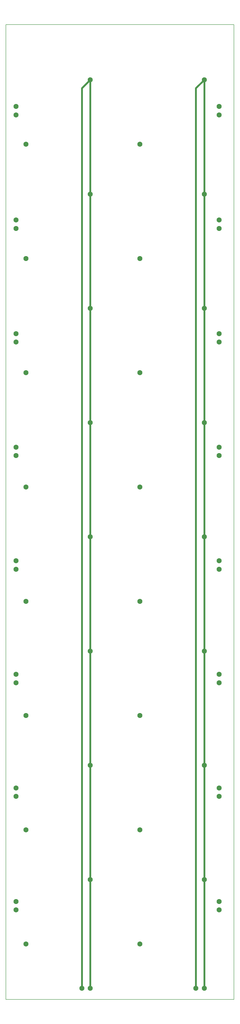
<source format=gbr>
%TF.GenerationSoftware,KiCad,Pcbnew,(6.0.9)*%
%TF.CreationDate,2022-11-21T19:13:30-05:00*%
%TF.ProjectId,Sensor_Board_2x8,53656e73-6f72-45f4-926f-6172645f3278,rev?*%
%TF.SameCoordinates,PX1728520PY19b87b58*%
%TF.FileFunction,Copper,L1,Top*%
%TF.FilePolarity,Positive*%
%FSLAX46Y46*%
G04 Gerber Fmt 4.6, Leading zero omitted, Abs format (unit mm)*
G04 Created by KiCad (PCBNEW (6.0.9)) date 2022-11-21 19:13:30*
%MOMM*%
%LPD*%
G01*
G04 APERTURE LIST*
%TA.AperFunction,Profile*%
%ADD10C,0.200000*%
%TD*%
%TA.AperFunction,ComponentPad*%
%ADD11C,2.100000*%
%TD*%
%TA.AperFunction,Conductor*%
%ADD12C,0.762000*%
%TD*%
G04 APERTURE END LIST*
D10*
X0Y0D02*
X95260000Y0D01*
X95260000Y0D02*
X95260000Y406400000D01*
X95260000Y406400000D02*
X0Y406400000D01*
X0Y406400000D02*
X0Y0D01*
D11*
%TO.P,J10,2,2*%
%TO.N,Net-(J10-Pad1)*%
X82836800Y4661000D03*
%TO.P,J10,1,1*%
X79336800Y4661000D03*
%TD*%
%TO.P,J15,1,1*%
%TO.N,Net-(J15-Pad1)*%
X89042000Y182840088D03*
%TO.P,J15,2,2*%
%TO.N,Net-(J15-Pad2)*%
X89042000Y179340088D03*
%TD*%
%TO.P,J17,1,1*%
%TO.N,Net-(J17-Pad1)*%
X89042000Y88141632D03*
%TO.P,J17,2,2*%
%TO.N,Net-(J17-Pad2)*%
X89042000Y84641632D03*
%TD*%
%TO.P,J12,1,1*%
%TO.N,Net-(J12-Pad1)*%
X89042000Y324887772D03*
%TO.P,J12,2,2*%
%TO.N,Net-(J12-Pad2)*%
X89042000Y321387772D03*
%TD*%
%TO.P,J18,1,1*%
%TO.N,Net-(J18-Pad1)*%
X89042000Y40792400D03*
%TO.P,J18,2,2*%
%TO.N,Net-(J18-Pad2)*%
X89042000Y37292400D03*
%TD*%
%TO.P,J13,1,1*%
%TO.N,Net-(J13-Pad1)*%
X89042000Y277538544D03*
%TO.P,J13,2,2*%
%TO.N,Net-(J13-Pad2)*%
X89042000Y274038544D03*
%TD*%
%TO.P,J14,1,1*%
%TO.N,Net-(J14-Pad1)*%
X89042000Y230189316D03*
%TO.P,J14,2,2*%
%TO.N,Net-(J14-Pad2)*%
X89042000Y226689316D03*
%TD*%
%TO.P,J16,1,1*%
%TO.N,Net-(J16-Pad1)*%
X89042000Y135490860D03*
%TO.P,J16,2,2*%
%TO.N,Net-(J16-Pad2)*%
X89042000Y131990860D03*
%TD*%
%TO.P,J11,1,1*%
%TO.N,Net-(J1-Pad1)*%
X89042000Y372237000D03*
%TO.P,J11,2,2*%
%TO.N,Net-(J1-Pad2)*%
X89042000Y368737000D03*
%TD*%
%TO.P,S16,1*%
%TO.N,Net-(J10-Pad1)*%
X82827600Y49942000D03*
%TO.P,S16,2*%
%TO.N,Net-(J18-Pad2)*%
X55957600Y23072000D03*
%TD*%
%TO.P,S15,2*%
%TO.N,Net-(J17-Pad2)*%
X55957600Y70702000D03*
%TO.P,S15,1*%
%TO.N,Net-(J10-Pad1)*%
X82827600Y97572000D03*
%TD*%
%TO.P,S14,1*%
%TO.N,Net-(J10-Pad1)*%
X82827600Y145202000D03*
%TO.P,S14,2*%
%TO.N,Net-(J16-Pad2)*%
X55957600Y118332000D03*
%TD*%
%TO.P,S13,1*%
%TO.N,Net-(J10-Pad1)*%
X82827600Y192832000D03*
%TO.P,S13,2*%
%TO.N,Net-(J15-Pad2)*%
X55957600Y165962000D03*
%TD*%
%TO.P,S12,1*%
%TO.N,Net-(J10-Pad1)*%
X82827600Y240462000D03*
%TO.P,S12,2*%
%TO.N,Net-(J14-Pad2)*%
X55957600Y213592000D03*
%TD*%
%TO.P,S11,1*%
%TO.N,Net-(J10-Pad1)*%
X82827600Y288092000D03*
%TO.P,S11,2*%
%TO.N,Net-(J13-Pad2)*%
X55957600Y261222000D03*
%TD*%
%TO.P,S10,1*%
%TO.N,Net-(J10-Pad1)*%
X82827600Y335722000D03*
%TO.P,S10,2*%
%TO.N,Net-(J12-Pad2)*%
X55957600Y308852000D03*
%TD*%
%TO.P,S9,1*%
%TO.N,Net-(J10-Pad1)*%
X82827600Y383352000D03*
%TO.P,S9,2*%
%TO.N,Net-(J1-Pad2)*%
X55957600Y356482000D03*
%TD*%
%TO.P,J1,1,1*%
%TO.N,Net-(J1-Pad1)*%
X4241800Y372237000D03*
%TO.P,J1,2,2*%
%TO.N,Net-(J1-Pad2)*%
X4241800Y368737000D03*
%TD*%
%TO.P,S3,1*%
%TO.N,Net-(J9-Pad1)*%
X35197600Y288092000D03*
%TO.P,S3,2*%
%TO.N,Net-(J13-Pad2)*%
X8327600Y261222000D03*
%TD*%
%TO.P,S8,1*%
%TO.N,Net-(J9-Pad1)*%
X35197600Y49942000D03*
%TO.P,S8,2*%
%TO.N,Net-(J18-Pad2)*%
X8327600Y23072000D03*
%TD*%
%TO.P,S2,1*%
%TO.N,Net-(J9-Pad1)*%
X35197600Y335722000D03*
%TO.P,S2,2*%
%TO.N,Net-(J12-Pad2)*%
X8327600Y308852000D03*
%TD*%
%TO.P,J5,1,1*%
%TO.N,Net-(J15-Pad1)*%
X4241800Y182840088D03*
%TO.P,J5,2,2*%
%TO.N,Net-(J15-Pad2)*%
X4241800Y179340088D03*
%TD*%
%TO.P,S5,1*%
%TO.N,Net-(J9-Pad1)*%
X35197600Y192832000D03*
%TO.P,S5,2*%
%TO.N,Net-(J15-Pad2)*%
X8327600Y165962000D03*
%TD*%
%TO.P,J8,1,1*%
%TO.N,Net-(J18-Pad1)*%
X4241800Y40792400D03*
%TO.P,J8,2,2*%
%TO.N,Net-(J18-Pad2)*%
X4241800Y37292400D03*
%TD*%
%TO.P,S4,1*%
%TO.N,Net-(J9-Pad1)*%
X35197600Y240462000D03*
%TO.P,S4,2*%
%TO.N,Net-(J14-Pad2)*%
X8327600Y213592000D03*
%TD*%
%TO.P,J3,1,1*%
%TO.N,Net-(J13-Pad1)*%
X4241800Y277538544D03*
%TO.P,J3,2,2*%
%TO.N,Net-(J13-Pad2)*%
X4241800Y274038544D03*
%TD*%
%TO.P,J7,1,1*%
%TO.N,Net-(J17-Pad1)*%
X4241800Y88141632D03*
%TO.P,J7,2,2*%
%TO.N,Net-(J17-Pad2)*%
X4241800Y84641632D03*
%TD*%
%TO.P,J2,1,1*%
%TO.N,Net-(J12-Pad1)*%
X4241800Y324887772D03*
%TO.P,J2,2,2*%
%TO.N,Net-(J12-Pad2)*%
X4241800Y321387772D03*
%TD*%
%TO.P,S6,1*%
%TO.N,Net-(J9-Pad1)*%
X35197600Y145202000D03*
%TO.P,S6,2*%
%TO.N,Net-(J16-Pad2)*%
X8327600Y118332000D03*
%TD*%
%TO.P,S1,1*%
%TO.N,Net-(J9-Pad1)*%
X35197600Y383352000D03*
%TO.P,S1,2*%
%TO.N,Net-(J1-Pad2)*%
X8327600Y356482000D03*
%TD*%
%TO.P,J6,1,1*%
%TO.N,Net-(J16-Pad1)*%
X4241800Y135490860D03*
%TO.P,J6,2,2*%
%TO.N,Net-(J16-Pad2)*%
X4241800Y131990860D03*
%TD*%
%TO.P,S7,1*%
%TO.N,Net-(J9-Pad1)*%
X35197600Y97572000D03*
%TO.P,S7,2*%
%TO.N,Net-(J17-Pad2)*%
X8327600Y70702000D03*
%TD*%
%TO.P,J9,1,1*%
%TO.N,Net-(J9-Pad1)*%
X31706800Y4661000D03*
%TO.P,J9,2,2*%
X35206800Y4661000D03*
%TD*%
%TO.P,J4,1,1*%
%TO.N,Net-(J14-Pad1)*%
X4241800Y230189316D03*
%TO.P,J4,2,2*%
%TO.N,Net-(J14-Pad2)*%
X4241800Y226689316D03*
%TD*%
D12*
%TO.N,Net-(J10-Pad1)*%
X79336800Y379861200D02*
X82827600Y383352000D01*
X79336800Y4661000D02*
X79336800Y379861200D01*
X82836800Y4661000D02*
X82836800Y383342800D01*
X82836800Y383342800D02*
X82827600Y383352000D01*
%TO.N,Net-(J9-Pad1)*%
X35206800Y383342800D02*
X35197600Y383352000D01*
X31706800Y379861200D02*
X35197600Y383352000D01*
X35206800Y4661000D02*
X35206800Y383342800D01*
X31706800Y4661000D02*
X31706800Y379861200D01*
%TD*%
M02*

</source>
